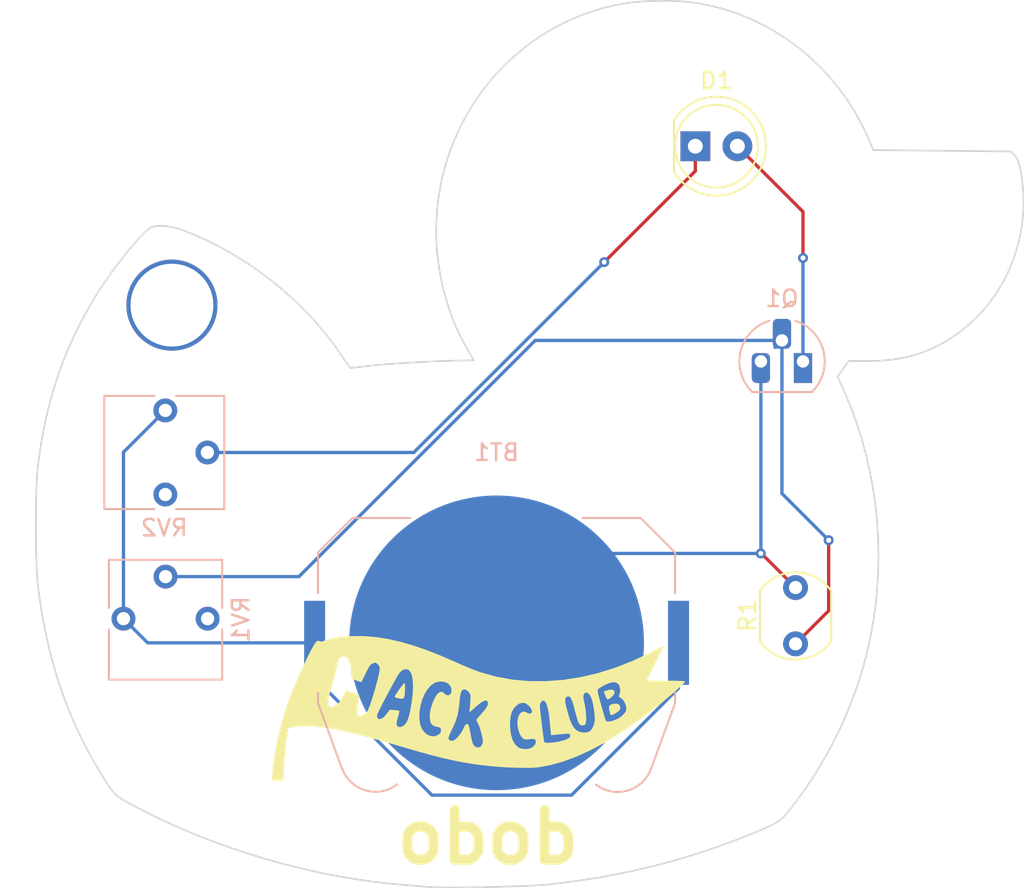
<source format=kicad_pcb>
(kicad_pcb (version 20240108) (generator "pcbnew") (generator_version "8.0")
  (layers (0 "F.Cu" signal) (31 "B.Cu" signal) (34 "B.Paste" user) (35 "F.Paste" user) (36 "B.SilkS" user "B.Silkscreen") (37 "F.SilkS" user "F.Silkscreen") (38 "B.Mask" user) (39 "F.Mask" user) (44 "Edge.Cuts" user))
  (net 0 "")
  (net 1 "Net-(BT1-+)")
  (net 2 "Net-(BT1--)")
  (net 3 "Net-(D1-K)")
  (net 4 "Net-(D1-A)")
  (net 5 "Net-(Q1-B)")
  (footprint "LED_THT:LED_D5.0mm" (layer "F.Cu") (at 149.5 69)
    (property "Reference" "D1" (at 1.27 -3.96 0) (layer "F.SilkS"))
    (property "Value" "LED")
    (fp_line (start -1.29 -1.545) (end -1.29 1.545) (stroke (width 0.12)) (layer "F.SilkS"))
    (fp_arc (start -1.29 -1.54483) (mid 2.071756 -2.880501) (end 4.26 -0.000048) (stroke (width 0.12)) (layer "F.SilkS"))
    (fp_arc (start 4.26 0.000048) (mid 2.071756 2.880501) (end -1.29 1.54483) (stroke (width 0.12)) (layer "F.SilkS"))
    (fp_circle (center 1.27 0) (end 3.77 0) (stroke (width 0.12)) (fill none) (layer "F.SilkS"))
    (pad "1" thru_hole rect (at 0 0) (size 1.8 1.8) (drill 0.9) (layers "*.Cu" "*.Mask") (net 3 "Net-(D1-K)"))
    (pad "2" thru_hole circle (at 2.54 0) (size 1.8 1.8) (drill 0.9) (layers "*.Cu" "*.Mask") (net 4 "Net-(D1-A)"))
  )
  (footprint "LOGO" (layer "F.Cu") (at 136.45 102.95)
    (property "Reference" "G***" (hide yes))
    (property "Value" "LOGO" (hide yes))
    (fp_poly (pts (xy 8.139001 -1.067297) (xy 8.173084 -0.956985) (xy 8.162229 -0.881905) (xy 8.111387 -0.797231) (xy 8.012364 -0.693587) (xy 7.895369 -0.597164) (xy 7.790614 -0.534151) (xy 7.748484 -0.523221) (xy 7.715162 -0.563314) (xy 7.66129 -0.666569) (xy 7.618683 -0.76293) (xy 7.519064 -1.00264) (xy 7.648015 -1.052499) (xy 7.869863 -1.117245) (xy 8.035726 -1.121448)) (fill solid) (layer "F.SilkS"))
    (fp_poly (pts (xy 8.418944 -0.243832) (xy 8.49707 -0.147289) (xy 8.530296 -0.009004) (xy 8.480165 0.117099) (xy 8.342028 0.239302) (xy 8.248215 0.296174) (xy 8.092878 0.379418) (xy 7.999652 0.417707) (xy 7.949235 0.415296) (xy 7.922323 0.376438) (xy 7.919439 0.368633) (xy 7.896889 0.28827) (xy 7.864781 0.155683) (xy 7.851095 0.095132) (xy 7.8318 -0.065842) (xy 7.86985 -0.168754) (xy 7.978958 -0.232451) (xy 8.113439 -0.265407) (xy 8.297321 -0.281808)) (fill solid) (layer "F.SilkS"))
    (fp_poly (pts (xy -4.490148 -1.478533) (xy -4.475883 -1.362809) (xy -4.47238 -1.197374) (xy -4.480051 -1.004678) (xy -4.499306 -0.807169) (xy -4.501409 -0.79147) (xy -4.523468 -0.671212) (xy -4.562099 -0.601671) (xy -4.63693 -0.575039) (xy -4.76759 -0.583504) (xy -4.946816 -0.614244) (xy -5.059598 -0.651158) (xy -5.101054 -0.700805) (xy -5.100433 -0.706027) (xy -5.067097 -0.776297) (xy -4.993286 -0.895476) (xy -4.893516 -1.043337) (xy -4.782303 -1.199653) (xy -4.674164 -1.344197) (xy -4.583614 -1.456742) (xy -4.525169 -1.517062) (xy -4.514767 -1.522097)) (fill solid) (layer "F.SilkS"))
    (fp_poly (pts (xy -6.952257 -4.357258) (xy -6.254502 -4.301784) (xy -5.533554 -4.191009) (xy -4.781961 -4.023026) (xy -3.992273 -3.795929) (xy -3.157038 -3.507809) (xy -2.268805 -3.15676) (xy -1.331835 -2.746229) (xy -1.016574 -2.606739) (xy -0.67761 -2.464516) (xy -0.344672 -2.331534) (xy -0.047488 -2.219765) (xy 0.118914 -2.162016) (xy 1.057814 -1.901968) (xy 2.03007 -1.728038) (xy 3.029908 -1.639637) (xy 4.051553 -1.636173) (xy 5.089229 -1.717056) (xy 6.137163 -1.881695) (xy 7.189579 -2.129498) (xy 8.240702 -2.459875) (xy 9.284758 -2.872236) (xy 9.917416 -3.164621) (xy 10.175865 -3.292051) (xy 10.422361 -3.415786) (xy 10.636253 -3.525301) (xy 10.796885 -3.610071) (xy 10.85679 -3.643336) (xy 10.987213 -3.709153) (xy 11.084591 -3.741083) (xy 11.1184 -3.737771) (xy 11.107593 -3.687219) (xy 11.057935 -3.564756) (xy 10.975074 -3.382552) (xy 10.864657 -3.152778) (xy 10.732333 -2.887606) (xy 10.642791 -2.712743) (xy 10.498215 -2.431856) (xy 10.36949 -2.179457) (xy 10.262706 -1.967681) (xy 10.183954 -1.80866) (xy 10.139326 -1.714528) (xy 10.131461 -1.69418) (xy 10.176857 -1.68598) (xy 10.304367 -1.678661) (xy 10.500978 -1.67256) (xy 10.753675 -1.668011) (xy 11.049443 -1.665352) (xy 11.270227 -1.664794) (xy 11.605631 -1.66301) (xy 11.900107 -1.657962) (xy 12.141704 -1.650102) (xy 12.318472 -1.639881) (xy 12.418461 -1.627753) (xy 12.436282 -1.620638) (xy 12.41099 -1.573596) (xy 12.315881 -1.470844) (xy 12.155239 -1.316323) (xy 11.933352 -1.113978) (xy 11.654505 -0.86775) (xy 11.322984 -0.581583) (xy 11.106555 -0.397419) (xy 10.754169 -0.110007) (xy 10.340329 0.20922) (xy 9.883621 0.547234) (xy 9.402634 0.891011) (xy 8.915955 1.227526) (xy 8.442171 1.543752) (xy 7.99987 1.826664) (xy 7.607639 2.063236) (xy 7.539139 2.102536) (xy 6.692309 2.551863) (xy 5.869171 2.924936) (xy 5.074896 3.219849) (xy 4.314651 3.434694) (xy 3.593608 3.567566) (xy 3.553164 3.572709) (xy 3.300442 3.593124) (xy 2.971239 3.603025) (xy 2.583565 3.602898) (xy 2.155431 3.593231) (xy 1.704849 3.574511) (xy 1.249828 3.547224) (xy 0.80838 3.511857) (xy 0.618352 3.493374) (xy 0.057488 3.428874) (xy -0.489192 3.351651) (xy -1.035764 3.258642) (xy -1.596302 3.146782) (xy -2.18488 3.013004) (xy -2.815574 2.854244) (xy -3.502458 2.667438) (xy -4.259606 2.44952) (xy -4.494943 2.379885) (xy -5.331445 2.133839) (xy -6.085512 1.918314) (xy -6.498308 1.804867) (xy -1.855056 1.804867) (xy -1.814777 1.907092) (xy -1.714379 1.965206) (xy -1.584517 1.963553) (xy -1.559991 1.955553) (xy -1.426421 1.870806) (xy -1.275694 1.722595) (xy -1.127842 1.535015) (xy -1.002901 1.332163) (xy -0.951622 1.223818) (xy -0.878086 1.065173) (xy -0.815113 0.980492) (xy -0.748493 0.951886) (xy -0.735136 0.951311) (xy -0.691321 0.958418) (xy -0.656473 0.989639) (xy -0.625282 1.059822) (xy -0.592434 1.183816) (xy -0.552619 1.376469) (xy -0.5182 1.557772) (xy -0.4627 1.835259) (xy -0.41358 2.033491) (xy -0.366175 2.167702) (xy -0.315819 2.253124) (xy -0.299694 2.271255) (xy -0.161629 2.359773) (xy -0.016818 2.368043) (xy 0.108386 2.29474) (xy 0.110977 2.291917) (xy 0.178527 2.179984) (xy 0.215827 2.06598) (xy 0.216207 1.935608) (xy 0.187025 1.743509) (xy 0.134864 1.515954) (xy 0.066308 1.279212) (xy -0.01206 1.059554) (xy -0.068473 0.931563) (xy -0.094952 0.877741) (xy 1.861236 0.877741) (xy 1.867362 1.165356) (xy 1.916785 1.57103) (xy 2.014329 1.907065) (xy 2.157753 2.16882) (xy 2.344815 2.351654) (xy 2.473409 2.420101) (xy 2.67034 2.463397) (xy 2.894864 2.462561) (xy 3.076773 2.422675) (xy 3.257417 2.322112) (xy 3.379409 2.188221) (xy 3.424715 2.04087) (xy 3.424719 2.039391) (xy 3.39593 1.914904) (xy 3.305448 1.8542) (xy 3.147099 1.854321) (xy 3.069618 1.869294) (xy 2.855493 1.897173) (xy 2.696122 1.86092) (xy 2.568833 1.751677) (xy 2.497464 1.645767) (xy 2.382646 1.387764) (xy 2.318597 1.107427) (xy 2.30553 0.827917) (xy 2.343656 0.572394) (xy 2.433189 0.364018) (xy 2.485091 0.297285) (xy 2.601408 0.209757) (xy 2.728006 0.200935) (xy 2.888638 0.269204) (xy 2.889633 0.269774) (xy 3.034487 0.325185) (xy 3.133245 0.310019) (xy 3.181943 0.238986) (xy 3.17662 0.126801) (xy 3.113312 -0.011824) (xy 3.067564 -0.068025) (xy 3.668934 -0.068025) (xy 3.67681 0.047566) (xy 3.691778 0.205284) (xy 3.715046 0.419588) (xy 3.744375 0.67273) (xy 3.777526 0.946962) (xy 3.812257 1.224536) (xy 3.846331 1.487703) (xy 3.877506 1.718716) (xy 3.903543 1.899826) (xy 3.922202 2.013285) (xy 3.928191 2.039491) (xy 3.986468 2.075131) (xy 4.118043 2.089725) (xy 4.303798 2.084789) (xy 4.524614 2.061841) (xy 4.761372 2.022397) (xy 4.994955 1.967972) (xy 5.058669 1.949813) (xy 5.261972 1.882913) (xy 5.390452 1.823023) (xy 5.462894 1.76019) (xy 5.484055 1.724374) (xy 5.50502 1.618171) (xy 5.448306 1.555918) (xy 5.310548 1.535756) (xy 5.160862 1.546074) (xy 4.97387 1.566817) (xy 4.754342 1.589204) (xy 4.629832 1.601026) (xy 4.33663 1.627791) (xy 4.312258 1.372791) (xy 4.296955 1.213357) (xy 4.275841 0.994292) (xy 4.252298 0.750651) (xy 4.23914 0.614751) (xy 4.195409 0.274429) (xy 4.13663 -0.01526) (xy 4.066297 -0.242179) (xy 3.987905 -0.394194) (xy 3.956326 -0.425079) (xy 5.192457 -0.425079) (xy 5.230004 -0.186367) (xy 5.258291 -0.06945) (xy 5.370709 0.341186) (xy 5.474741 0.66838) (xy 5.575859 0.922805) (xy 5.679538 1.115135) (xy 5.791253 1.256043) (xy 5.916476 1.356203) (xy 6.016157 1.408246) (xy 6.215097 1.461104) (xy 6.431875 1.46739) (xy 6.618169 1.426012) (xy 6.62715 1.422068) (xy 6.749284 1.322497) (xy 6.858436 1.15443) (xy 6.940394 0.944495) (xy 6.976434 0.767673) (xy 6.97989 0.600905) (xy 6.963388 0.371612) (xy 6.931287 0.109241) (xy 6.887941 -0.156763) (xy 6.837709 -0.396952) (xy 6.784946 -0.581881) (xy 6.771629 -0.616611) (xy 6.672462 -0.801628) (xy 6.5645 -0.914777) (xy 6.458456 -0.951029) (xy 6.365046 -0.905358) (xy 6.31654 -0.830153) (xy 6.291107 -0.742167) (xy 6.292432 -0.628626) (xy 6.322121 -0.46313) (xy 6.344744 -0.366388) (xy 6.388005 -0.149212) (xy 6.426253 0.112271) (xy 6.452248 0.367264) (xy 6.454988 0.407264) (xy 6.464334 0.673405) (xy 6.450718 0.857911) (xy 6.40972 0.972453) (xy 6.33692 1.028702) (xy 6.227896 1.03833) (xy 6.216366 1.037329) (xy 6.139737 1.021994) (xy 6.076217 0.984463) (xy 6.020049 0.912661) (xy 5.96548 0.794512) (xy 5.906754 0.617942) (xy 5.838119 0.370875) (xy 5.767364 0.095132) (xy 5.686425 -0.209296) (xy 5.616112 -0.430935) (xy 5.551115 -0.580782) (xy 5.486127 -0.669835) (xy 5.415838 -0.709091) (xy 5.377048 -0.713483) (xy 5.264983 -0.683237) (xy 5.203785 -0.588902) (xy 5.192457 -0.425079) (xy 3.956326 -0.425079) (xy 3.933069 -0.447825) (xy 3.859624 -0.469911) (xy 3.78894 -0.425493) (xy 3.749225 -0.380524) (xy 3.695618 -0.299644) (xy 3.670617 -0.205898) (xy 3.668934 -0.068025) (xy 3.067564 -0.068025) (xy 3.002225 -0.148292) (xy 2.817245 -0.288494) (xy 2.631814 -0.334794) (xy 2.437813 -0.288112) (xy 2.326987 -0.224804) (xy 2.12577 -0.042328) (xy 1.982444 0.198109) (xy 1.894951 0.502725) (xy 1.861236 0.877741) (xy -0.094952 0.877741) (xy -0.183492 0.69777) (xy 0.090845 0.384559) (xy 0.269944 0.176077) (xy 0.392931 0.020808) (xy 0.469576 -0.096658) (xy 0.50965 -0.191733) (xy 0.522923 -0.279828) (xy 0.523221 -0.297469) (xy 0.495996 -0.420915) (xy 0.415123 -0.467071) (xy 0.28181 -0.436371) (xy 0.097264 -0.32925) (xy -0.137308 -0.14614) (xy -0.299982 -0.00144) (xy -0.437569 0.119828) (xy -0.540489 0.199401) (xy -0.596128 0.228232) (xy -0.600446 0.214045) (xy -0.582368 0.127164) (xy -0.56316 -0.028948) (xy -0.54568 -0.228473) (xy -0.537268 -0.357233) (xy -0.526007 -0.574917) (xy -0.524466 -0.720776) (xy -0.536408 -0.817933) (xy -0.565596 -0.889506) (xy -0.615793 -0.958616) (xy -0.639842 -0.987476) (xy -0.737146 -1.075009) (xy 7.153792 -1.075009) (xy 7.16666 -0.962524) (xy 7.204099 -0.78719) (xy 7.268021 -0.540157) (xy 7.36034 -0.212573) (xy 7.369135 -0.182187) (xy 7.44909 0.093704) (xy 7.520406 0.340005) (xy 7.578659 0.541416) (xy 7.619422 0.682636) (xy 7.638272 0.748365) (xy 7.638493 0.749158) (xy 7.697578 0.796782) (xy 7.825938 0.803981) (xy 8.007287 0.771907) (xy 8.205893 0.709086) (xy 8.423283 0.602584) (xy 8.62085 0.460681) (xy 8.776059 0.303074) (xy 8.866377 0.149462) (xy 8.873593 0.125412) (xy 8.878906 -0.053601) (xy 8.824973 -0.252898) (xy 8.726717 -0.442892) (xy 8.59906 -0.593994) (xy 8.47128 -0.672307) (xy 8.430323 -0.70753) (xy 8.453311 -0.783387) (xy 8.459846 -0.795869) (xy 8.508519 -0.962516) (xy 8.510543 -1.160454) (xy 8.468908 -1.345842) (xy 8.415649 -1.444334) (xy 8.286359 -1.5451) (xy 8.110687 -1.573553) (xy 7.884047 -1.529409) (xy 7.60185 -1.412383) (xy 7.559847 -1.391292) (xy 7.391109 -1.2986) (xy 7.25406 -1.211415) (xy 7.17269 -1.145345) (xy 7.163583 -1.133498) (xy 7.153792 -1.075009) (xy -0.737146 -1.075009) (xy -0.764257 -1.099398) (xy -0.881588 -1.141563) (xy -0.883094 -1.141573) (xy -0.979475 -1.120938) (xy -1.053362 -1.051795) (xy -1.108954 -0.923288) (xy -1.150454 -0.72456) (xy -1.18206 -0.444754) (xy -1.189833 -0.34878) (xy -1.239691 0.095302) (xy -1.323166 0.48718) (xy -1.451152 0.866071) (xy -1.634546 1.271196) (xy -1.646553 1.295211) (xy -1.736687 1.484053) (xy -1.807215 1.649585) (xy -1.848417 1.768043) (xy -1.855056 1.804867) (xy -6.498308 1.804867) (xy -6.764276 1.731772) (xy -7.37487 1.572676) (xy -7.924427 1.439489) (xy -8.420078 1.330673) (xy -8.868956 1.244692) (xy -9.278193 1.180007) (xy -9.654922 1.135083) (xy -10.006274 1.108381) (xy -10.339382 1.098365) (xy -10.440636 1.098412) (xy -10.707626 1.104613) (xy -10.962181 1.117999) (xy -11.185683 1.136847) (xy -11.359515 1.159433) (xy -11.465057 1.184034) (xy -11.485105 1.195093) (xy -11.516359 1.268766) (xy -11.551922 1.42339) (xy -11.590096 1.644973) (xy -11.629183 1.919525) (xy -11.667485 2.233054) (xy -11.703306 2.57157) (xy -11.734947 2.921081) (xy -11.760711 3.267598) (xy -11.7789 3.597128) (xy -11.780165 3.626873) (xy -11.811129 4.37603) (xy -12.160433 4.37603) (xy -12.509737 4.37603) (xy -12.509737 4.196239) (xy -12.501994 4.038935) (xy -12.480493 3.808157) (xy -12.447834 3.524146) (xy -12.406614 3.207142) (xy -12.359429 2.877388) (xy -12.308877 2.555123) (xy -12.270352 2.330712) (xy -12.090533 1.463485) (xy -11.861536 0.599769) (xy -11.578601 -0.274174) (xy -11.518388 -0.432431) (xy -9.124775 -0.432431) (xy -9.115757 -0.25444) (xy -9.054743 -0.144184) (xy -8.941324 -0.097423) (xy -8.900117 -0.095131) (xy -8.710988 -0.138616) (xy -8.530668 -0.270731) (xy -8.356374 -0.493968) (xy -8.252615 -0.674436) (xy -8.163232 -0.842572) (xy -8.088914 -0.977035) (xy -8.041612 -1.056406) (xy -8.033232 -1.067641) (xy -7.979242 -1.064649) (xy -7.863666 -1.032186) (xy -7.711324 -0.979796) (xy -7.547039 -0.91702) (xy -7.395631 -0.8534) (xy -7.281921 -0.798477) (xy -7.230731 -0.761795) (xy -7.229962 -0.758842) (xy -7.239007 -0.699997) (xy -7.263341 -0.570011) (xy -7.298764 -0.390855) (xy -7.323981 -0.267017) (xy -7.37243 0.005253) (xy -7.386614 0.201486) (xy -7.364115 0.335284) (xy -7.302519 0.420252) (xy -7.19941 0.469993) (xy -7.19276 0.471901) (xy -7.183232 0.469141) (xy -6.17301 0.469141) (xy -6.172872 0.470858) (xy -6.128382 0.602189) (xy -6.040972 0.657283) (xy -5.920919 0.638771) (xy -5.778501 0.549283) (xy -5.623996 0.391448) (xy -5.565168 0.315354) (xy -5.398689 0.086921) (xy -5.121429 0.110639) (xy -4.96854 0.127102) (xy -4.858307 0.145293) (xy -4.820773 0.157754) (xy -4.821943 0.211367) (xy -4.846763 0.330996) (xy -4.890011 0.492013) (xy -4.895879 0.511902) (xy -4.944927 0.688942) (xy -4.980209 0.839854) (xy -4.994359 0.932989) (xy -4.994382 0.935035) (xy -4.959106 1.060929) (xy -4.86634 1.127345) (xy -4.735671 1.130555) (xy -4.58669 1.066836) (xy -4.528545 1.023623) (xy -4.423512 0.906546) (xy -4.331987 0.738727) (xy -4.300484 0.65004) (xy -3.608259 0.65004) (xy -3.553058 0.996558) (xy -3.538485 1.048939) (xy -3.42874 1.295009) (xy -3.269721 1.489634) (xy -3.077006 1.624741) (xy -2.866174 1.692256) (xy -2.652804 1.684105) (xy -2.468551 1.603443) (xy -2.358163 1.51161) (xy -2.312863 1.412449) (xy -2.306929 1.329941) (xy -2.317688 1.215636) (xy -2.363466 1.164803) (xy -2.425842 1.150814) (xy -2.658089 1.10005) (xy -2.826203 1.016045) (xy -2.895196 0.943727) (xy -2.962759 0.762943) (xy -2.987397 0.522136) (xy -2.968912 0.24628) (xy -2.907109 -0.039653) (xy -2.903034 -0.053253) (xy -2.780838 -0.403877) (xy -2.652274 -0.676526) (xy -2.520342 -0.867945) (xy -2.388044 -0.974881) (xy -2.258379 -0.994077) (xy -2.134349 -0.922281) (xy -2.117765 -0.904959) (xy -1.98497 -0.802655) (xy -1.861697 -0.782119) (xy -1.759799 -0.830019) (xy -1.691128 -0.93302) (xy -1.667535 -1.07779) (xy -1.700872 -1.250995) (xy -1.736947 -1.333392) (xy -1.864195 -1.482611) (xy -2.050737 -1.578899) (xy -2.274041 -1.617848) (xy -2.511576 -1.595049) (xy -2.70853 -1.523477) (xy -2.936802 -1.357953) (xy -3.14089 -1.116015) (xy -3.315357 -0.814517) (xy -3.454764 -0.470309) (xy -3.553674 -0.100246) (xy -3.606652 0.278821) (xy -3.608259 0.65004) (xy -4.300484 0.65004) (xy -4.25093 0.510537) (xy -4.1773 0.212345) (xy -4.108055 -0.165479) (xy -4.066714 -0.438857) (xy -4.013383 -0.913831) (xy -3.99557 -1.329351) (xy -4.01192 -1.681106) (xy -4.06108 -1.964781) (xy -4.141696 -2.176066) (xy -4.252415 -2.310648) (xy -4.391882 -2.364215) (xy -4.558745 -2.332455) (xy -4.646727 -2.28653) (xy -4.76988 -2.181738) (xy -4.881147 -2.041986) (xy -4.899068 -2.012048) (xy -5.176769 -1.509338) (xy -5.426161 -1.050853) (xy -5.644477 -0.641989) (xy -5.828948 -0.288144) (xy -5.976805 0.005288) (xy -6.08528 0.23291) (xy -6.151604 0.389327) (xy -6.17301 0.469141) (xy -7.183232 0.469141) (xy -7.144687 0.457975) (xy -7.043599 0.418848) (xy -7.02146 0.409689) (xy -6.880614 0.322065) (xy -6.764664 0.204808) (xy -6.704834 0.091554) (xy -6.628906 -0.096263) (xy -6.541615 -0.342239) (xy -6.447693 -0.629969) (xy -6.351875 -0.943046) (xy -6.258896 -1.265067) (xy -6.173489 -1.579625) (xy -6.100387 -1.870315) (xy -6.044326 -2.120733) (xy -6.010039 -2.314473) (xy -6.00226 -2.43513) (xy -6.00241 -2.436707) (xy -6.063611 -2.594913) (xy -6.147456 -2.679854) (xy -6.240135 -2.740437) (xy -6.314484 -2.749425) (xy -6.417835 -2.709969) (xy -6.440286 -2.699342) (xy -6.518372 -2.651876) (xy -6.589871 -2.579702) (xy -6.666326 -2.466232) (xy -6.759276 -2.294879) (xy -6.851964 -2.107668) (xy -6.949261 -1.90759) (xy -7.030608 -1.741522) (xy -7.087569 -1.626603) (xy -7.111709 -1.579968) (xy -7.111774 -1.579881) (xy -7.158668 -1.586802) (xy -7.265345 -1.620541) (xy -7.404062 -1.67064) (xy -7.547079 -1.72664) (xy -7.666654 -1.778082) (xy -7.735047 -1.814508) (xy -7.735927 -1.815189) (xy -7.766327 -1.886346) (xy -7.752024 -2.025769) (xy -7.746388 -2.051991) (xy -7.726421 -2.262146) (xy -7.747539 -2.493266) (xy -7.802508 -2.719407) (xy -7.884092 -2.914628) (xy -7.985059 -3.052985) (xy -8.035942 -3.09035) (xy -8.198044 -3.136362) (xy -8.3378 -3.092009) (xy -8.451898 -2.960133) (xy -8.537024 -2.743577) (xy -8.561043 -2.639887) (xy -8.64753 -2.24409) (xy -8.757279 -1.804736) (xy -8.878526 -1.366718) (xy -8.988468 -1.008577) (xy -9.082209 -0.682396) (xy -9.124775 -0.432431) (xy -11.518388 -0.432431) (xy -11.236969 -1.172083) (xy -10.831881 -2.107698) (xy -10.466232 -2.877715) (xy -10.283151 -3.246575) (xy -10.134292 -3.536671) (xy -10.014321 -3.755754) (xy -9.9179 -3.911576) (xy -9.839695 -4.011887) (xy -9.774367 -4.06444) (xy -9.716582 -4.076986) (xy -9.661002 -4.057276) (xy -9.656205 -4.054359) (xy -9.583942 -4.028509) (xy -9.483511 -4.03658) (xy -9.328447 -4.081481) (xy -9.290233 -4.094551) (xy -8.992694 -4.188307) (xy -8.701177 -4.257671) (xy -8.390111 -4.306728) (xy -8.033928 -4.33957) (xy -7.634269 -4.359339)) (fill solid) (layer "F.SilkS"))
  )
  (footprint "OptoDevice:R_LDR_5.1x4.3mm_P3.4mm_Vertical" (layer "F.Cu") (at 155.55 99.06 90)
    (property "Reference" "R1" (at 1.7 -2.9 90) (layer "F.SilkS"))
    (property "Value" "R_Photo")
    (fp_line (start 0.15 -2.15) (end 3.2 -2.15) (stroke (width 0.12)) (layer "F.SilkS"))
    (fp_line (start 0.15 2.15) (end 3.2 2.15) (stroke (width 0.12)) (layer "F.SilkS"))
    (fp_arc (start 3.2 -2.15) (mid 4.321403 -0.027338) (end 3.244513 2.118249) (stroke (width 0.12)) (layer "F.SilkS"))
    (fp_arc (start 0.15 2.15) (mid -0.950438 -0.013368) (end 0.171766 -2.165525) (stroke (width 0.12)) (layer "F.SilkS"))
    (pad "1" thru_hole circle (at 0 0 90) (size 1.5 1.5) (drill 0.8) (layers "*.Cu" "*.Mask") (net 5 "Net-(Q1-B)"))
    (pad "2" thru_hole circle (at 3.4 0 90) (size 1.5 1.5) (drill 0.8) (layers "*.Cu" "*.Mask") (net 2 "Net-(BT1--)"))
  )
  (footprint "Potentiometer_THT:Potentiometer_Vishay_T73YP_Vertical" (layer "B.Cu") (at 114.975 97.54 90)
    (property "Reference" "RV1" (at -0.06 7.09 90) (layer "B.SilkS") (effects (justify mirror)))
    (property "Value" "R_Potentiometer")
    (fp_line (start 3.56 -0.88) (end 0.65 -0.88) (stroke (width 0.12)) (layer "B.SilkS"))
    (fp_line (start 3.56 -0.88) (end 3.56 5.96) (stroke (width 0.12)) (layer "B.SilkS"))
    (fp_line (start -0.65 -0.88) (end -3.68 -0.88) (stroke (width 0.12)) (layer "B.SilkS"))
    (fp_line (start -3.68 -0.88) (end -3.68 5.96) (stroke (width 0.12)) (layer "B.SilkS"))
    (fp_line (start 3.56 5.96) (end 0.65 5.96) (stroke (width 0.12)) (layer "B.SilkS"))
    (fp_line (start -0.65 5.96) (end -3.68 5.96) (stroke (width 0.12)) (layer "B.SilkS"))
    (pad "1" thru_hole circle (at 0 0 90) (size 1.44 1.44) (drill 0.8) (layers "*.Cu" "*.Mask") (net 1 "Net-(BT1-+)"))
    (pad "2" thru_hole circle (at 2.54 2.54 90) (size 1.44 1.44) (drill 0.8) (layers "*.Cu" "*.Mask") (net 5 "Net-(Q1-B)"))
    (pad "3" thru_hole circle (at 0 5.08 90) (size 1.44 1.44) (drill 0.8) (layers "*.Cu" "*.Mask"))
  )
  (footprint "Potentiometer_THT:Potentiometer_Vishay_T73YP_Vertical" (layer "B.Cu") (at 117.5 84.96)
    (property "Reference" "RV2" (at -0.06 7.09 0) (layer "B.SilkS") (effects (justify mirror)))
    (property "Value" "R_Potentiometer")
    (fp_line (start -3.68 -0.88) (end -3.68 5.96) (stroke (width 0.12)) (layer "B.SilkS"))
    (fp_line (start -0.65 -0.88) (end -3.68 -0.88) (stroke (width 0.12)) (layer "B.SilkS"))
    (fp_line (start -0.65 5.96) (end -3.68 5.96) (stroke (width 0.12)) (layer "B.SilkS"))
    (fp_line (start 3.56 -0.88) (end 0.65 -0.88) (stroke (width 0.12)) (layer "B.SilkS"))
    (fp_line (start 3.56 -0.88) (end 3.56 5.96) (stroke (width 0.12)) (layer "B.SilkS"))
    (fp_line (start 3.56 5.96) (end 0.65 5.96) (stroke (width 0.12)) (layer "B.SilkS"))
    (pad "1" thru_hole circle (at 0 0) (size 1.44 1.44) (drill 0.8) (layers "*.Cu" "*.Mask") (net 1 "Net-(BT1-+)"))
    (pad "2" thru_hole circle (at 2.54 2.54) (size 1.44 1.44) (drill 0.8) (layers "*.Cu" "*.Mask") (net 3 "Net-(D1-K)"))
    (pad "3" thru_hole circle (at 0 5.08) (size 1.44 1.44) (drill 0.8) (layers "*.Cu" "*.Mask"))
  )
  (footprint "Battery:BatteryHolder_Keystone_3034_1x20mm" (layer "B.Cu") (at 137.5 99 180)
    (property "Reference" "BT1" (at 0 11.5 0) (layer "B.SilkS") (effects (justify mirror)))
    (property "Value" "Battery_Cell")
    (fp_line (start 10.78 5.46) (end 8.7 7.54) (stroke (width 0.12)) (layer "B.SilkS"))
    (fp_line (start 10.78 3) (end 10.78 5.46) (stroke (width 0.12)) (layer "B.SilkS"))
    (fp_line (start 10.78 -3.63) (end 10.78 -3) (stroke (width 0.12)) (layer "B.SilkS"))
    (fp_line (start 9.34 -7.58) (end 10.78 -3.63) (stroke (width 0.12)) (layer "B.SilkS"))
    (fp_line (start 5.2 7.54) (end 8.7 7.54) (stroke (width 0.12)) (layer "B.SilkS"))
    (fp_line (start -8.7 7.54) (end -5.2 7.54) (stroke (width 0.12)) (layer "B.SilkS"))
    (fp_line (start -9.34 -7.58) (end -10.78 -3.63) (stroke (width 0.12)) (layer "B.SilkS"))
    (fp_line (start -10.78 5.46) (end -8.7 7.54) (stroke (width 0.12)) (layer "B.SilkS"))
    (fp_line (start -10.78 3) (end -10.78 5.46) (stroke (width 0.12)) (layer "B.SilkS"))
    (fp_line (start -10.78 -3.63) (end -10.78 -3) (stroke (width 0.12)) (layer "B.SilkS"))
    (fp_arc (start 6 -8.55) (mid 7.90634 -8.911669) (end 9.325243 -7.588169) (stroke (width 0.12)) (layer "B.SilkS"))
    (fp_arc (start -9.34 -7.58) (mid -7.921654 -8.918738) (end -6.003354 -8.56653) (stroke (width 0.12)) (layer "B.SilkS"))
    (pad "1" smd rect (at -10.985 0 180) (size 1.27 5.08) (layers "B.Cu" "B.Paste" "B.Mask") (net 1 "Net-(BT1-+)"))
    (pad "1" smd rect (at 10.985 0 180) (size 1.27 5.08) (layers "B.Cu" "B.Paste" "B.Mask") (net 1 "Net-(BT1-+)"))
    (pad "2" smd circle (at 0 0 180) (size 17.8 17.8) (layers "B.Cu" "B.Mask") (net 2 "Net-(BT1--)"))
  )
  (footprint "Package_TO_SOT_THT:TO-92L_HandSolder" (layer "B.Cu") (at 156 82 180)
    (property "Reference" "Q1" (at 1.27 3.8 0) (layer "B.SilkS") (effects (justify mirror)))
    (property "Value" "NPN")
    (fp_line (start 3.07 -1.85) (end -0.53 -1.85) (stroke (width 0.12)) (layer "B.SilkS"))
    (fp_arc (start 3.078445 -1.827684) (mid 3.769932 0.601036) (end 2.05 2.45) (stroke (width 0.12)) (layer "B.SilkS"))
    (fp_arc (start 0.45 2.45) (mid -1.247297 0.581475) (end -0.541453 -1.842156) (stroke (width 0.12)) (layer "B.SilkS"))
    (pad "1" thru_hole rect (at 0 0 180) (size 1.1 1.8) (drill 0.75 (offset 0 -0.4)) (layers "*.Cu" "*.Mask") (net 4 "Net-(D1-A)"))
    (pad "2" thru_hole roundrect (at 1.27 1.27 180) (size 1.1 1.8) (drill 0.75 (offset 0 0.4)) (layers "*.Cu" "*.Mask") (net 5 "Net-(Q1-B)"))
    (pad "3" thru_hole roundrect (at 2.54 0 180) (size 1.1 1.8) (drill 0.75 (offset 0 -0.4)) (layers "*.Cu" "*.Mask") (net 2 "Net-(BT1--)"))
  )
  (gr_poly (pts (xy 147.943405 60.220184) (xy 148.515989 60.241764) (xy 149.052073 60.281555) (xy 149.300621 60.308333) (xy 149.533076 60.339727) (xy 150.374295 60.49601) (xy 151.201176 60.708076) (xy 152.011311 60.974041) (xy 152.802295 61.292021) (xy 153.571722 61.66013) (xy 154.317186 62.076485) (xy 155.036281 62.539202) (xy 155.726601 63.046394) (xy 156.38574 63.596179) (xy 157.011292 64.186672) (xy 157.600851 64.815987) (xy 158.152012 65.482241) (xy 158.662367 66.18355) (xy 159.129513 66.918028) (xy 159.551041 67.683791) (xy 159.924548 68.478955) (xy 160.248988 69.231914) (xy 164.414881 69.274248) (xy 168.580767 69.316581) (xy 168.782153 69.550764) (xy 168.825452 69.603873) (xy 168.865692 69.659298) (xy 168.903107 69.717855) (xy 168.937932 69.780358) (xy 168.970402 69.847622) (xy 169.000753 69.92046) (xy 169.02922 69.999689) (xy 169.056038 70.086122) (xy 169.081442 70.180574) (xy 169.105668 70.283859) (xy 169.128949 70.396793) (xy 169.151523 70.520189) (xy 169.173623 70.654863) (xy 169.195485 70.801628) (xy 169.217344 70.9613) (xy 169.239436 71.134693) (xy 169.296486 71.753167) (xy 169.315333 72.370022) (xy 169.296653 72.98347) (xy 169.241123 73.59172) (xy 169.149421 74.192983) (xy 169.022224 74.785471) (xy 168.860209 75.367392) (xy 168.664053 75.936959) (xy 168.434434 76.492382) (xy 168.172029 77.031871) (xy 167.877515 77.553636) (xy 167.551569 78.05589) (xy 167.194868 78.536841) (xy 166.80809 78.9947) (xy 166.391913 79.427679) (xy 165.947012 79.833988) (xy 165.621703 80.101241) (xy 165.292852 80.34969) (xy 164.959856 80.57955) (xy 164.622116 80.791038) (xy 164.279031 80.984369) (xy 163.93 81.159757) (xy 163.574422 81.31742) (xy 163.211697 81.457571) (xy 162.841225 81.580427) (xy 162.462403 81.686203) (xy 162.074632 81.775115) (xy 161.677312 81.847378) (xy 161.26984 81.903207) (xy 160.851617 81.942818) (xy 160.422041 81.966427) (xy 159.980513 81.974249) (xy 158.758063 81.974249) (xy 158.4243 82.444736) (xy 158.090529 82.915224) (xy 158.494082 83.820568) (xy 158.880255 84.741541) (xy 159.226956 85.682031) (xy 159.534004 86.6399) (xy 159.801219 87.613008) (xy 160.02842 88.59922) (xy 160.215427 89.596395) (xy 160.362059 90.602397) (xy 160.468136 91.615088) (xy 160.533476 92.632328) (xy 160.5579 93.651981) (xy 160.541227 94.671907) (xy 160.483276 95.68997) (xy 160.383867 96.704031) (xy 160.242819 97.711952) (xy 160.059952 98.711594) (xy 159.835085 99.700821) (xy 159.66936 100.327227) (xy 159.486515 100.949998) (xy 159.286835 101.568558) (xy 159.070602 102.182332) (xy 158.838098 102.790744) (xy 158.589605 103.393219) (xy 158.325407 103.98918) (xy 158.045786 104.578053) (xy 157.751025 105.159261) (xy 157.441405 105.73223) (xy 157.11721 106.296383) (xy 156.778722 106.851145) (xy 156.426224 107.395941) (xy 156.059998 107.930194) (xy 155.680327 108.453329) (xy 155.287493 108.964771) (xy 155.175523 109.105529) (xy 155.073223 109.231291) (xy 154.978293 109.343705) (xy 154.888433 109.444422) (xy 154.801344 109.53509) (xy 154.714724 109.617359) (xy 154.626274 109.692878) (xy 154.533694 109.763296) (xy 154.434683 109.830264) (xy 154.326941 109.89543) (xy 154.208169 109.960444) (xy 154.076066 110.026954) (xy 153.928332 110.096611) (xy 153.762666 110.171064) (xy 153.368342 110.340954) (xy 151.850119 110.95243) (xy 150.316753 111.50387) (xy 148.764787 111.996157) (xy 147.190763 112.430173) (xy 145.591225 112.806802) (xy 143.962716 113.126927) (xy 142.30178 113.391431) (xy 140.604958 113.601196) (xy 140.015342 113.645689) (xy 139.157929 113.687333) (xy 137.01178 113.75366) (xy 134.910649 113.783355) (xy 134.109509 113.779208) (xy 133.598675 113.759594) (xy 133.598675 113.759586) (xy 132.032343 113.63586) (xy 130.984476 113.539712) (xy 129.928732 113.413278) (xy 128.867353 113.257212) (xy 127.802578 113.072168) (xy 126.736649 112.858801) (xy 125.671805 112.617765) (xy 124.610288 112.349715) (xy 123.554338 112.055305) (xy 122.506196 111.73519) (xy 121.468102 111.390023) (xy 120.442297 111.020459) (xy 119.431021 110.627154) (xy 118.436515 110.21076) (xy 117.46102 109.771932) (xy 116.506776 109.311325) (xy 115.576024 108.829594) (xy 115.193582 108.622576) (xy 115.035183 108.533142) (xy 114.894868 108.449315) (xy 114.769788 108.368265) (xy 114.657094 108.287159) (xy 114.553939 108.203166) (xy 114.457473 108.113454) (xy 114.364848 108.015191) (xy 114.273215 107.905545) (xy 114.179726 107.781685) (xy 114.081533 107.64078) (xy 113.975787 107.479996) (xy 113.859639 107.296503) (xy 113.584744 106.850063) (xy 113.207276 106.213281) (xy 112.84954 105.569005) (xy 112.51132 104.916576) (xy 112.192398 104.255337) (xy 111.892556 103.584631) (xy 111.611576 102.903799) (xy 111.349241 102.212185) (xy 111.105332 101.50913) (xy 110.879632 100.793977) (xy 110.671924 100.066067) (xy 110.481989 99.324745) (xy 110.309609 98.569351) (xy 110.154568 97.799228) (xy 110.016646 97.013718) (xy 109.895627 96.212165) (xy 109.791292 95.393909) (xy 109.744316 94.791857) (xy 109.710905 93.961901) (xy 109.691031 92.980025) (xy 109.684668 91.922212) (xy 109.691788 90.864444) (xy 109.712364 89.882705) (xy 109.746369 89.052978) (xy 109.793776 88.451244) (xy 109.896417 87.65855) (xy 110.017012 86.882728) (xy 110.155836 86.123004) (xy 110.313163 85.378605) (xy 110.489269 84.64876) (xy 110.684429 83.932694) (xy 110.898919 83.229636) (xy 111.133014 82.538812) (xy 111.386989 81.859449) (xy 111.66112 81.190775) (xy 111.955682 80.532017) (xy 112.270949 79.882402) (xy 112.607199 79.241156) (xy 112.964704 78.607508) (xy 113.343742 77.980685) (xy 113.744587 77.359913) (xy 114.120802 76.813004) (xy 114.519118 76.265393) (xy 114.924968 75.734721) (xy 115.323787 75.238632) (xy 115.701008 74.794768) (xy 116.042065 74.420773) (xy 116.19448 74.265489) (xy 116.332392 74.134288) (xy 116.45398 74.029376) (xy 116.557424 73.952957) (xy 116.592729 73.931601) (xy 116.630773 73.911965) (xy 116.671467 73.894042) (xy 116.714724 73.877827) (xy 116.808578 73.850496) (xy 116.911639 73.829924) (xy 117.02321 73.816064) (xy 117.142592 73.808868) (xy 117.269089 73.808289) (xy 117.402004 73.814279) (xy 117.540639 73.826791) (xy 117.684296 73.845776) (xy 117.83228 73.871189) (xy 117.983891 73.90298) (xy 118.138434 73.941103) (xy 118.29521 73.98551) (xy 118.453523 74.036154) (xy 118.612675 74.092987) (xy 119.311777 74.373294) (xy 120.005973 74.686103) (xy 120.693314 75.029873) (xy 121.371851 75.40306) (xy 122.039633 75.804123) (xy 122.694712 76.231519) (xy 123.335139 76.683704) (xy 123.958964 77.159138) (xy 124.564236 77.656276) (xy 125.149008 78.173577) (xy 125.71133 78.709498) (xy 126.249252 79.262496) (xy 126.760825 79.831029) (xy 127.244099 80.413554) (xy 127.697126 81.00853) (xy 128.117955 81.614412) (xy 128.223056 81.771734) (xy 128.323094 81.918501) (xy 128.415736 82.051502) (xy 128.498652 82.167524) (xy 128.569508 82.263355) (xy 128.625975 82.335782) (xy 128.66572 82.381595) (xy 128.678593 82.393516) (xy 128.686411 82.397579) (xy 128.716498 82.395102) (xy 128.78317 82.388002) (xy 129.00939 82.361926) (xy 129.331316 82.323333) (xy 129.715191 82.276205) (xy 130.185978 82.225734) (xy 130.783671 82.173938) (xy 132.22421 82.074537) (xy 133.765684 81.994332) (xy 134.489546 81.966531) (xy 135.136969 81.949653) (xy 136.12493 81.931913) (xy 135.664294 81.127581) (xy 135.454213 80.744516) (xy 135.255889 80.349858) (xy 135.069571 79.944564) (xy 134.895506 79.529587) (xy 134.733941 79.105886) (xy 134.585125 78.674414) (xy 134.449306 78.236127) (xy 134.326731 77.791982) (xy 134.217648 77.342933) (xy 134.122306 76.889937) (xy 134.040951 76.433949) (xy 133.973833 75.975925) (xy 133.921198 75.51682) (xy 133.883295 75.057591) (xy 133.860371 74.599192) (xy 133.852675 74.14258) (xy 133.866597 73.505065) (xy 133.907995 72.874216) (xy 133.976316 72.250703) (xy 134.071007 71.635198) (xy 134.191515 71.028373) (xy 134.337287 70.4309) (xy 134.50777 69.84345) (xy 134.702411 69.266696) (xy 134.920657 68.701308) (xy 135.161955 68.147958) (xy 135.425752 67.607319) (xy 135.711495 67.080061) (xy 136.018631 66.566857) (xy 136.346607 66.068379) (xy 136.69487 65.585297) (xy 137.062867 65.118284) (xy 137.450045 64.668011) (xy 137.855852 64.23515) (xy 138.279734 63.820372) (xy 138.721137 63.42435) (xy 139.17951 63.047755) (xy 139.654299 62.691259) (xy 140.144952 62.355534) (xy 140.650914 62.04125) (xy 141.171634 61.749081) (xy 141.706558 61.479696) (xy 142.255134 61.23377) (xy 142.816807 61.011972) (xy 143.391026 60.814974) (xy 143.977237 60.643449) (xy 144.574888 60.498068) (xy 145.183424 60.379503) (xy 145.413374 60.34388) (xy 145.65975 60.312576) (xy 146.192495 60.263011) (xy 146.763074 60.230977) (xy 147.352906 60.216645)) (stroke (width 0.1)) (fill none) (layer "Edge.Cuts"))
  (gr_text "obob" (at 131.15 112.5 0) (layer "F.SilkS") (effects (font (size 3 3) (thickness 0.6) (bold yes)) (justify left bottom)))
  (via (at 117.9 78.6) (size 5.5) (drill 5) (layers "F.Cu" "B.Cu") (net 0))
  (segment (start 117.5 84.96) (end 114.975 87.485) (width 0.2) (layer "B.Cu") (net 1))
  (segment (start 126.515 101.115) (end 126.515 99) (width 0.2) (layer "B.Cu") (net 1))
  (segment (start 133.6 108.2) (end 126.515 101.115) (width 0.2) (layer "B.Cu") (net 1))
  (segment (start 142.025 108.2) (end 133.6 108.2) (width 0.2) (layer "B.Cu") (net 1))
  (segment (start 114.975 97.54) (end 116.435 99) (width 0.2) (layer "B.Cu") (net 1))
  (segment (start 148.485 99) (end 148.485 101.74) (width 0.2) (layer "B.Cu") (net 1))
  (segment (start 148.485 101.74) (end 142.025 108.2) (width 0.2) (layer "B.Cu") (net 1))
  (segment (start 114.975 87.485) (end 114.975 97.54) (width 0.2) (layer "B.Cu") (net 1))
  (segment (start 116.435 99) (end 126.515 99) (width 0.2) (layer "B.Cu") (net 1))
  (segment (start 153.45 93.6) (end 153.49 93.6) (width 0.2) (layer "F.Cu") (net 2))
  (segment (start 153.49 93.6) (end 155.55 95.66) (width 0.2) (layer "F.Cu") (net 2))
  (via (at 153.45 93.6) (size 0.6) (drill 0.3) (layers "F.Cu" "B.Cu") (net 2))
  (segment (start 153.46 93.59) (end 153.45 93.6) (width 0.2) (layer "B.Cu") (net 2))
  (segment (start 142.9 93.6) (end 153.45 93.6) (width 0.2) (layer "B.Cu") (net 2))
  (segment (start 137.5 99) (end 142.9 93.6) (width 0.2) (layer "B.Cu") (net 2))
  (segment (start 153.46 82) (end 153.46 93.59) (width 0.2) (layer "B.Cu") (net 2))
  (segment (start 149.5 69) (end 149.5 70.5) (width 0.2) (layer "F.Cu") (net 3))
  (segment (start 149.5 70.5) (end 144 76) (width 0.2) (layer "F.Cu") (net 3))
  (via (at 144 76) (size 0.6) (drill 0.3) (layers "F.Cu" "B.Cu") (net 3))
  (segment (start 132.5 87.5) (end 144 76) (width 0.2) (layer "B.Cu") (net 3))
  (segment (start 120.04 87.5) (end 132.5 87.5) (width 0.2) (layer "B.Cu") (net 3))
  (segment (start 156 72.96) (end 156 75.75) (width 0.2) (layer "F.Cu") (net 4))
  (segment (start 152.04 69) (end 156 72.96) (width 0.2) (layer "F.Cu") (net 4))
  (via (at 156 75.75) (size 0.6) (drill 0.3) (layers "F.Cu" "B.Cu") (net 4))
  (segment (start 156 75.75) (end 156 82) (width 0.2) (layer "B.Cu") (net 4))
  (segment (start 157.55 92.8) (end 157.55 97.06) (width 0.2) (layer "F.Cu") (net 5))
  (segment (start 157.55 97.06) (end 155.55 99.06) (width 0.2) (layer "F.Cu") (net 5))
  (via (at 157.55 92.8) (size 0.6) (drill 0.3) (layers "F.Cu" "B.Cu") (net 5))
  (segment (start 125.565686 95) (end 139.835686 80.73) (width 0.2) (layer "B.Cu") (net 5))
  (segment (start 154.73 80.73) (end 154.73 89.98) (width 0.2) (layer "B.Cu") (net 5))
  (segment (start 154.73 80.73) (end 154.31 81.15) (width 0.2) (layer "B.Cu") (net 5))
  (segment (start 139.835686 80.73) (end 154.73 80.73) (width 0.2) (layer "B.Cu") (net 5))
  (segment (start 154.73 89.98) (end 157.55 92.8) (width 0.2) (layer "B.Cu") (net 5))
  (segment (start 117.515 95) (end 125.565686 95) (width 0.2) (layer "B.Cu") (net 5))
)
</source>
